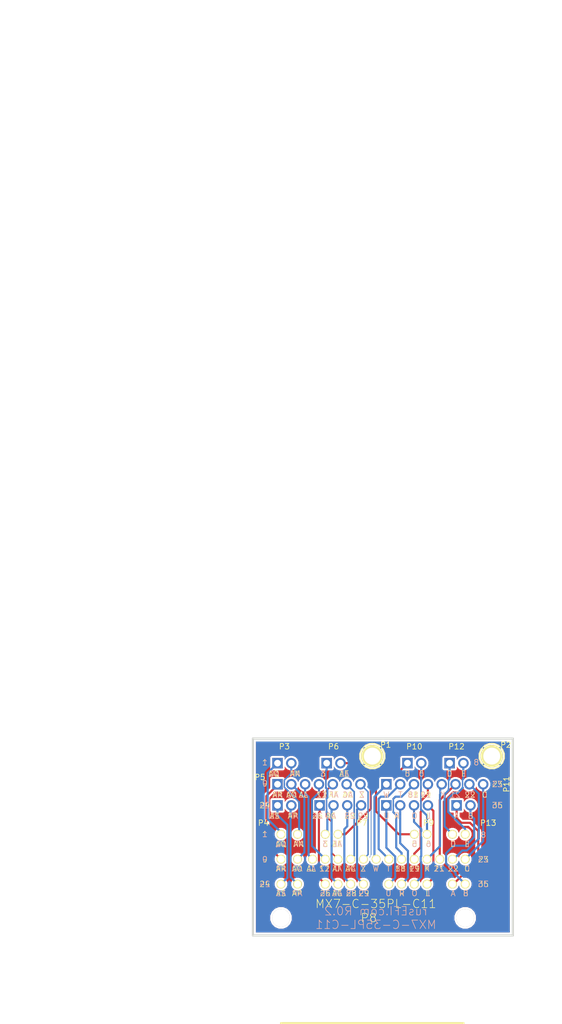
<source format=kicad_pcb>
(kicad_pcb (version 20221018) (generator pcbnew)
  (title_block (title "MX7-C-35PL-C11 Connector breakout") (date "2017-03-30") (rev "R0.2") (company "rusEFI"))
  (layers (0 "F.Cu" signal) (31 "B.Cu" signal) (34 "B.Paste" user) (35 "F.Paste" user) (36 "B.SilkS" user "B.Silkscreen") (37 "F.SilkS" user "F.Silkscreen") (38 "B.Mask" user) (39 "F.Mask" user) (44 "Edge.Cuts" user))
  (net 0 "")
  (net 1 "GND")
  (net 2 "/AQ")
  (net 3 "/AN")
  (net 4 "/AS")
  (net 5 "/AP")
  (net 6 "/AR")
  (net 7 "/AO")
  (net 8 "/AL")
  (net 9 "/12")
  (net 10 "/AF")
  (net 11 "/AC")
  (net 12 "/Z")
  (net 13 "/3")
  (net 14 "/AE")
  (net 15 "/26")
  (net 16 "/AG")
  (net 17 "/28")
  (net 18 "/29")
  (net 19 "/5")
  (net 20 "/6")
  (net 21 "/D")
  (net 22 "/F")
  (net 23 "/W")
  (net 24 "/T")
  (net 25 "/18")
  (net 26 "/19")
  (net 27 "/K")
  (net 28 "/21")
  (net 29 "/22")
  (net 30 "/C")
  (net 31 "/U")
  (net 32 "/R")
  (net 33 "/O")
  (net 34 "/L")
  (net 35 "/A")
  (net 36 "/B")
  (footprint "1pin" (layer "F.Cu") (at 148.59 167.005)
    (fp_text reference "P1" (at 2.413 -2.032) (layer "F.SilkS"))
    (fp_text value "CONN_1" hide)
    (fp_circle (center 0 0) (end 0 -2.286) (stroke (width 0.15)) (fill none) (layer "F.SilkS"))
    (pad "1" thru_hole circle (at 0 0) (size 4.064 4.064) (drill 3.048) (layers "*.Cu" "*.Mask" "F.SilkS") (net 1 "GND"))
  )
  (footprint "1pin" (layer "F.Cu") (at 170.18 167.005)
    (fp_text reference "P2" (at 2.54 -2.032) (layer "F.SilkS"))
    (fp_text value "CONN_1" hide)
    (fp_circle (center 0 0) (end 0 -2.286) (stroke (width 0.15)) (fill none) (layer "F.SilkS"))
    (pad "1" thru_hole circle (at 0 0) (size 4.064 4.064) (drill 3.048) (layers "*.Cu" "*.Mask" "F.SilkS") (net 1 "GND"))
  )
  (footprint "Molex_NanoFit_1x02x2.50mm_Straight" (layer "F.Cu") (at 131.445 168.275)
    (fp_text reference "P3" (at 1.25 -3) (layer "F.SilkS"))
    (fp_text value "CONN_01X02" hide)
    (pad "1" thru_hole rect (at 0 0) (size 1.9 1.9) (drill 1.2) (layers "*.Cu" "*.Mask") (net 2 "/AQ"))
    (pad "2" thru_hole circle (at 2.5 0) (size 1.9 1.9) (drill 1.2) (layers "*.Cu" "*.Mask") (net 3 "/AN"))
  )
  (footprint "Molex_NanoFit_1x02x2.50mm_Straight" (layer "F.Cu") (at 131.445 175.895)
    (fp_text reference "P4" (at -2.54 3.175) (layer "F.SilkS"))
    (fp_text value "CONN_01X02" hide)
    (pad "1" thru_hole rect (at 0 0) (size 1.9 1.9) (drill 1.2) (layers "*.Cu" "*.Mask") (net 4 "/AS"))
    (pad "2" thru_hole circle (at 2.5 0) (size 1.9 1.9) (drill 1.2) (layers "*.Cu" "*.Mask") (net 5 "/AP"))
  )
  (footprint "Molex_NanoFit_1x07x2.50mm_Straight" (layer "F.Cu") (at 131.445 172.085)
    (fp_text reference "P5" (at -3.175 -1.27) (layer "F.SilkS"))
    (fp_text value "CONN_01X07" hide)
    (pad "1" thru_hole rect (at 0 0) (size 1.9 1.9) (drill 1.2) (layers "*.Cu" "*.Mask") (net 6 "/AR"))
    (pad "2" thru_hole circle (at 2.5 0) (size 1.9 1.9) (drill 1.2) (layers "*.Cu" "*.Mask") (net 7 "/AO"))
    (pad "3" thru_hole circle (at 5 0) (size 1.9 1.9) (drill 1.2) (layers "*.Cu" "*.Mask") (net 8 "/AL"))
    (pad "4" thru_hole circle (at 7.5 0) (size 1.9 1.9) (drill 1.2) (layers "*.Cu" "*.Mask") (net 9 "/12"))
    (pad "5" thru_hole circle (at 10 0) (size 1.9 1.9) (drill 1.2) (layers "*.Cu" "*.Mask") (net 10 "/AF"))
    (pad "6" thru_hole circle (at 12.5 0) (size 1.9 1.9) (drill 1.2) (layers "*.Cu" "*.Mask") (net 11 "/AC"))
    (pad "7" thru_hole circle (at 15 0) (size 1.9 1.9) (drill 1.2) (layers "*.Cu" "*.Mask") (net 12 "/Z"))
  )
  (footprint "Molex_NanoFit_1x02x2.50mm_Straight" (layer "F.Cu") (at 140.335 168.275)
    (fp_text reference "P6" (at 1.25 -3) (layer "F.SilkS"))
    (fp_text value "CONN_01X02" hide)
    (pad "1" thru_hole rect (at 0 0) (size 1.9 1.9) (drill 1.2) (layers "*.Cu" "*.Mask") (net 13 "/3"))
    (pad "2" thru_hole circle (at 2.5 0) (size 1.9 1.9) (drill 1.2) (layers "*.Cu" "*.Mask") (net 14 "/AE"))
  )
  (footprint "Molex_NanoFit_1x04x2.50mm_Straight" (layer "F.Cu") (at 139.065 175.895)
    (fp_text reference "P7" (at 7.62 3.175) (layer "F.SilkS"))
    (fp_text value "CONN_01X04" hide)
    (pad "1" thru_hole rect (at 0 0) (size 1.9 1.9) (drill 1.2) (layers "*.Cu" "*.Mask") (net 15 "/26"))
    (pad "2" thru_hole circle (at 2.5 0) (size 1.9 1.9) (drill 1.2) (layers "*.Cu" "*.Mask") (net 16 "/AG"))
    (pad "3" thru_hole circle (at 5 0) (size 1.9 1.9) (drill 1.2) (layers "*.Cu" "*.Mask") (net 17 "/28"))
    (pad "4" thru_hole circle (at 7.5 0) (size 1.9 1.9) (drill 1.2) (layers "*.Cu" "*.Mask") (net 18 "/29"))
  )
  (footprint "MX7-C-35PL-C11" (layer "F.Cu") (at 132.08 196.215)
    (fp_text reference "P8" (at 15.875 0) (layer "F.SilkS") (effects (font (size 1.524 1.524) (thickness 0.127))))
    (fp_text value "MX7-C-35PL-C11" (at 17.145 -2.54) (layer "F.SilkS") (effects (font (size 1.524 1.524) (thickness 0.127))))
    (fp_line (start 0 19) (end 33 19) (stroke (width 0.381)) (layer "F.SilkS"))
    (pad "" thru_hole circle (at 0 0) (size 3.2 3.2) (drill 3.2) (layers "*.Cu" "*.Mask" "F.SilkS"))
    (pad "" thru_hole circle (at 33.3 0) (size 3.2 3.2) (drill 3.2) (layers "*.Cu" "*.Mask" "F.SilkS"))
    (pad "1" thru_hole circle (at 0 -15.1) (size 1.6 1.6) (drill 1.2) (layers "*.Cu" "*.Mask" "F.SilkS") (net 2 "/AQ"))
    (pad "2" thru_hole circle (at 3 -15.1) (size 1.6 1.6) (drill 1.2) (layers "*.Cu" "*.Mask" "F.SilkS") (net 3 "/AN"))
    (pad "3" thru_hole circle (at 8 -15.1) (size 1.6 1.6) (drill 1.2) (layers "*.Cu" "*.Mask" "F.SilkS") (net 13 "/3"))
    (pad "4" thru_hole circle (at 10.3 -15.1) (size 1.6 1.6) (drill 1.2) (layers "*.Cu" "*.Mask" "F.SilkS") (net 14 "/AE"))
    (pad "5" thru_hole circle (at 24.1 -15.1) (size 1.6 1.6) (drill 1.2) (layers "*.Cu" "*.Mask" "F.SilkS") (net 19 "/5"))
    (pad "6" thru_hole circle (at 26.4 -15.1) (size 1.6 1.6) (drill 1.2) (layers "*.Cu" "*.Mask" "F.SilkS") (net 20 "/6"))
    (pad "7" thru_hole circle (at 31 -15.1) (size 1.6 1.6) (drill 1.2) (layers "*.Cu" "*.Mask" "F.SilkS") (net 21 "/D"))
    (pad "8" thru_hole circle (at 33.3 -15.1) (size 1.6 1.6) (drill 1.2) (layers "*.Cu" "*.Mask" "F.SilkS") (net 22 "/F"))
    (pad "9" thru_hole circle (at 0 -10.6) (size 1.6 1.6) (drill 1.2) (layers "*.Cu" "*.Mask" "F.SilkS") (net 6 "/AR"))
    (pad "10" thru_hole circle (at 3 -10.6) (size 1.6 1.6) (drill 1.2) (layers "*.Cu" "*.Mask" "F.SilkS") (net 7 "/AO"))
    (pad "11" thru_hole circle (at 5.7 -10.6) (size 1.6 1.6) (drill 1.2) (layers "*.Cu" "*.Mask" "F.SilkS") (net 8 "/AL"))
    (pad "12" thru_hole circle (at 8 -10.6) (size 1.6 1.6) (drill 1.2) (layers "*.Cu" "*.Mask" "F.SilkS") (net 9 "/12"))
    (pad "13" thru_hole circle (at 10.3 -10.6) (size 1.6 1.6) (drill 1.2) (layers "*.Cu" "*.Mask" "F.SilkS") (net 10 "/AF"))
    (pad "14" thru_hole circle (at 12.6 -10.6) (size 1.6 1.6) (drill 1.2) (layers "*.Cu" "*.Mask" "F.SilkS") (net 11 "/AC"))
    (pad "15" thru_hole circle (at 14.9 -10.6) (size 1.6 1.6) (drill 1.2) (layers "*.Cu" "*.Mask" "F.SilkS") (net 12 "/Z"))
    (pad "16" thru_hole circle (at 17.2 -10.6) (size 1.6 1.6) (drill 1.2) (layers "*.Cu" "*.Mask" "F.SilkS") (net 23 "/W"))
    (pad "17" thru_hole circle (at 19.5 -10.6) (size 1.6 1.6) (drill 1.2) (layers "*.Cu" "*.Mask" "F.SilkS") (net 24 "/T"))
    (pad "18" thru_hole circle (at 21.8 -10.6) (size 1.6 1.6) (drill 1.2) (layers "*.Cu" "*.Mask" "F.SilkS") (net 25 "/18"))
    (pad "19" thru_hole circle (at 24.1 -10.6) (size 1.6 1.6) (drill 1.2) (layers "*.Cu" "*.Mask" "F.SilkS") (net 26 "/19"))
    (pad "20" thru_hole circle (at 26.4 -10.6) (size 1.6 1.6) (drill 1.2) (layers "*.Cu" "*.Mask" "F.SilkS") (net 27 "/K"))
    (pad "21" thru_hole circle (at 28.7 -10.6) (size 1.6 1.6) (drill 1.2) (layers "*.Cu" "*.Mask" "F.SilkS") (net 28 "/21"))
    (pad "22" thru_hole circle (at 31 -10.6) (size 1.6 1.6) (drill 1.2) (layers "*.Cu" "*.Mask" "F.SilkS") (net 29 "/22"))
    (pad "23" thru_hole circle (at 33.3 -10.6) (size 1.6 1.6) (drill 1.2) (layers "*.Cu" "*.Mask" "F.SilkS") (net 30 "/C"))
    (pad "24" thru_hole circle (at 0 -6.1) (size 1.6 1.6) (drill 1.2) (layers "*.Cu" "*.Mask" "F.SilkS") (net 4 "/AS"))
    (pad "25" thru_hole circle (at 3 -6.1) (size 1.6 1.6) (drill 1.2) (layers "*.Cu" "*.Mask" "F.SilkS") (net 5 "/AP"))
    (pad "26" thru_hole circle (at 8 -6.1) (size 1.6 1.6) (drill 1.2) (layers "*.Cu" "*.Mask" "F.SilkS") (net 15 "/26"))
    (pad "27" thru_hole circle (at 10.3 -6.1) (size 1.6 1.6) (drill 1.2) (layers "*.Cu" "*.Mask" "F.SilkS") (net 16 "/AG"))
    (pad "28" thru_hole circle (at 12.6 -6.1) (size 1.6 1.6) (drill 1.2) (layers "*.Cu" "*.Mask" "F.SilkS") (net 17 "/28"))
    (pad "29" thru_hole circle (at 14.9 -6.1) (size 1.6 1.6) (drill 1.2) (layers "*.Cu" "*.Mask" "F.SilkS") (net 18 "/29"))
    (pad "30" thru_hole circle (at 19.5 -6.1) (size 1.6 1.6) (drill 1.2) (layers "*.Cu" "*.Mask" "F.SilkS") (net 31 "/U"))
    (pad "31" thru_hole circle (at 21.8 -6.1) (size 1.6 1.6) (drill 1.2) (layers "*.Cu" "*.Mask" "F.SilkS") (net 32 "/R"))
    (pad "32" thru_hole circle (at 24.1 -6.1) (size 1.6 1.6) (drill 1.2) (layers "*.Cu" "*.Mask" "F.SilkS") (net 33 "/O"))
    (pad "33" thru_hole circle (at 26.4 -6.1) (size 1.6 1.6) (drill 1.2) (layers "*.Cu" "*.Mask" "F.SilkS") (net 34 "/L"))
    (pad "34" thru_hole circle (at 31 -6.1) (size 1.6 1.6) (drill 1.2) (layers "*.Cu" "*.Mask" "F.SilkS") (net 35 "/A"))
    (pad "35" thru_hole circle (at 33.3 -6.1) (size 1.6 1.6) (drill 1.2) (layers "*.Cu" "*.Mask" "F.SilkS") (net 36 "/B"))
  )
  (footprint "Molex_NanoFit_1x04x2.50mm_Straight" (layer "F.Cu") (at 151.13 175.895)
    (fp_text reference "P9" (at 7.62 3.175) (layer "F.SilkS"))
    (fp_text value "CONN_01X04" hide)
    (pad "1" thru_hole rect (at 0 0) (size 1.9 1.9) (drill 1.2) (layers "*.Cu" "*.Mask") (net 31 "/U"))
    (pad "2" thru_hole circle (at 2.5 0) (size 1.9 1.9) (drill 1.2) (layers "*.Cu" "*.Mask") (net 32 "/R"))
    (pad "3" thru_hole circle (at 5 0) (size 1.9 1.9) (drill 1.2) (layers "*.Cu" "*.Mask") (net 33 "/O"))
    (pad "4" thru_hole circle (at 7.5 0) (size 1.9 1.9) (drill 1.2) (layers "*.Cu" "*.Mask") (net 34 "/L"))
  )
  (footprint "Molex_NanoFit_1x02x2.50mm_Straight" (layer "F.Cu") (at 154.94 168.275)
    (fp_text reference "P10" (at 1.25 -3) (layer "F.SilkS"))
    (fp_text value "CONN_01X02" hide)
    (pad "1" thru_hole rect (at 0 0) (size 1.9 1.9) (drill 1.2) (layers "*.Cu" "*.Mask") (net 19 "/5"))
    (pad "2" thru_hole circle (at 2.5 0) (size 1.9 1.9) (drill 1.2) (layers "*.Cu" "*.Mask") (net 20 "/6"))
  )
  (footprint "Molex_NanoFit_1x08x2.50mm_Straight" (layer "F.Cu") (at 151.13 172.085)
    (fp_text reference "P11" (at 21.717 0 90) (layer "F.SilkS"))
    (fp_text value "CONN_01X08" hide)
    (pad "1" thru_hole rect (at 0 0) (size 1.9 1.9) (drill 1.2) (layers "*.Cu" "*.Mask") (net 23 "/W"))
    (pad "2" thru_hole circle (at 2.5 0) (size 1.9 1.9) (drill 1.2) (layers "*.Cu" "*.Mask") (net 24 "/T"))
    (pad "3" thru_hole circle (at 5 0) (size 1.9 1.9) (drill 1.2) (layers "*.Cu" "*.Mask") (net 25 "/18"))
    (pad "4" thru_hole circle (at 7.5 0) (size 1.9 1.9) (drill 1.2) (layers "*.Cu" "*.Mask") (net 26 "/19"))
    (pad "5" thru_hole circle (at 10 0) (size 1.9 1.9) (drill 1.2) (layers "*.Cu" "*.Mask") (net 27 "/K"))
    (pad "6" thru_hole circle (at 12.5 0) (size 1.9 1.9) (drill 1.2) (layers "*.Cu" "*.Mask") (net 28 "/21"))
    (pad "7" thru_hole circle (at 15 0) (size 1.9 1.9) (drill 1.2) (layers "*.Cu" "*.Mask") (net 29 "/22"))
    (pad "8" thru_hole circle (at 17.5 0) (size 1.9 1.9) (drill 1.2) (layers "*.Cu" "*.Mask") (net 30 "/C"))
  )
  (footprint "Molex_NanoFit_1x02x2.50mm_Straight" (layer "F.Cu") (at 162.56 168.275)
    (fp_text reference "P12" (at 1.25 -3) (layer "F.SilkS"))
    (fp_text value "CONN_01X02" hide)
    (pad "1" thru_hole rect (at 0 0) (size 1.9 1.9) (drill 1.2) (layers "*.Cu" "*.Mask") (net 21 "/D"))
    (pad "2" thru_hole circle (at 2.5 0) (size 1.9 1.9) (drill 1.2) (layers "*.Cu" "*.Mask") (net 22 "/F"))
  )
  (footprint "Molex_NanoFit_1x02x2.50mm_Straight" (layer "F.Cu") (at 163.83 175.895)
    (fp_text reference "P13" (at 5.715 3.175) (layer "F.SilkS"))
    (fp_text value "CONN_01X02" hide)
    (pad "1" thru_hole rect (at 0 0) (size 1.9 1.9) (drill 1.2) (layers "*.Cu" "*.Mask") (net 35 "/A"))
    (pad "2" thru_hole circle (at 2.5 0) (size 1.9 1.9) (drill 1.2) (layers "*.Cu" "*.Mask") (net 36 "/B"))
  )
  (gr_line (start 173.99 163.83) (end 127 163.83) (stroke (width 0.381)) (layer "Edge.Cuts"))
  (gr_line (start 127 163.83) (end 127 199.39) (stroke (width 0.381)) (layer "Edge.Cuts"))
  (gr_line (start 127 199.39) (end 173.99 199.39) (stroke (width 0.381)) (layer "Edge.Cuts"))
  (gr_line (start 173.99 199.39) (end 173.99 163.83) (stroke (width 0.381)) (layer "Edge.Cuts"))
  (gr_text "E" (at 165.1 170.18) (layer "B.SilkS") (effects (font (size 1.016 1.016) (thickness 0.127)) (justify mirror)))
  (gr_text "D" (at 162.56 170.18) (layer "B.SilkS") (effects (font (size 1.016 1.016) (thickness 0.127)) (justify mirror)))
  (gr_text "6" (at 157.48 170.18) (layer "B.SilkS") (effects (font (size 1.016 1.016) (thickness 0.127)) (justify mirror)))
  (gr_text "5" (at 154.94 170.18) (layer "B.SilkS") (effects (font (size 1.016 1.016) (thickness 0.127)) (justify mirror)))
  (gr_text "AE" (at 143.51 170.18) (layer "B.SilkS") (effects (font (size 1.016 1.016) (thickness 0.127)) (justify mirror)))
  (gr_text "C" (at 165.735 187.325) (layer "B.SilkS") (effects (font (size 1.016 1.016) (thickness 0.127)) (justify mirror)))
  (gr_text "22" (at 163.195 187.325) (layer "B.SilkS") (effects (font (size 1.016 1.016) (thickness 0.127)) (justify mirror)))
  (gr_text "21" (at 160.655 187.325) (layer "B.SilkS") (effects (font (size 1.016 1.016) (thickness 0.127)) (justify mirror)))
  (gr_text "K" (at 158.496 187.325) (layer "B.SilkS") (effects (font (size 1.016 1.016) (thickness 0.127)) (justify mirror)))
  (gr_text "19" (at 156.21 187.325) (layer "B.SilkS") (effects (font (size 1.016 1.016) (thickness 0.127)) (justify mirror)))
  (gr_text "T" (at 151.511 187.325) (layer "B.SilkS") (effects (font (size 1.016 1.016) (thickness 0.127)) (justify mirror)))
  (gr_text "B" (at 165.481 191.77) (layer "B.SilkS") (effects (font (size 1.016 1.016) (thickness 0.127)) (justify mirror)))
  (gr_text "A" (at 163.195 191.77) (layer "B.SilkS") (effects (font (size 1.016 1.016) (thickness 0.127)) (justify mirror)))
  (gr_text "L" (at 158.623 191.77) (layer "B.SilkS") (effects (font (size 1.016 1.016) (thickness 0.127)) (justify mirror)))
  (gr_text "O" (at 156.21 191.77) (layer "B.SilkS") (effects (font (size 1.016 1.016) (thickness 0.127)) (justify mirror)))
  (gr_text "R" (at 153.924 191.77) (layer "B.SilkS") (effects (font (size 1.016 1.016) (thickness 0.127)) (justify mirror)))
  (gr_text "W" (at 149.225 187.325) (layer "B.SilkS") (effects (font (size 1.016 1.016) (thickness 0.127)) (justify mirror)))
  (gr_text "Z" (at 146.939 187.325) (layer "B.SilkS") (effects (font (size 1.016 1.016) (thickness 0.127)) (justify mirror)))
  (gr_text "AC" (at 144.653 187.325) (layer "B.SilkS") (effects (font (size 1.016 1.016) (thickness 0.127)) (justify mirror)))
  (gr_text "AF" (at 142.24 187.325) (layer "B.SilkS") (effects (font (size 1.016 1.016) (thickness 0.127)) (justify mirror)))
  (gr_text "12" (at 139.954 187.325) (layer "B.SilkS") (effects (font (size 1.016 1.016) (thickness 0.127)) (justify mirror)))
  (gr_text "AL" (at 137.541 187.325) (layer "B.SilkS") (effects (font (size 1.016 1.016) (thickness 0.127)) (justify mirror)))
  (gr_text "3" (at 139.7 170.18) (layer "B.SilkS") (effects (font (size 1.016 1.016) (thickness 0.127)) (justify mirror)))
  (gr_text "AN" (at 134.62 170.18) (layer "B.SilkS") (effects (font (size 1.016 1.016) (thickness 0.127)) (justify mirror)))
  (gr_text "AQ" (at 130.81 170.18) (layer "B.SilkS") (effects (font (size 1.016 1.016) (thickness 0.127)) (justify mirror)))
  (gr_text "AO" (at 135.001 187.325) (layer "B.SilkS") (effects (font (size 1.016 1.016) (thickness 0.127)) (justify mirror)))
  (gr_text "AR" (at 132.08 187.325) (layer "B.SilkS") (effects (font (size 1.016 1.016) (thickness 0.127)) (justify mirror)))
  (gr_text "AQ" (at 132.08 182.88) (layer "B.SilkS") (effects (font (size 1.016 1.016) (thickness 0.127)) (justify mirror)))
  (gr_text "AN" (at 135.255 182.88) (layer "B.SilkS") (effects (font (size 1.016 1.016) (thickness 0.127)) (justify mirror)))
  (gr_text "3" (at 140.081 182.88) (layer "B.SilkS") (effects (font (size 1.016 1.016) (thickness 0.127)) (justify mirror)))
  (gr_text "AE" (at 142.24 182.88) (layer "B.SilkS") (effects (font (size 1.016 1.016) (thickness 0.127)) (justify mirror)))
  (gr_text "5" (at 156.21 182.88) (layer "B.SilkS") (effects (font (size 1.016 1.016) (thickness 0.127)) (justify mirror)))
  (gr_text "6" (at 158.75 182.88) (layer "B.SilkS") (effects (font (size 1.016 1.016) (thickness 0.127)) (justify mirror)))
  (gr_text "D" (at 163.195 182.88) (layer "B.SilkS") (effects (font (size 1.016 1.016) (thickness 0.127)) (justify mirror)))
  (gr_text "E" (at 165.735 182.88) (layer "B.SilkS") (effects (font (size 1.016 1.016) (thickness 0.127)) (justify mirror)))
  (gr_text "AR" (at 131.445 173.99) (layer "B.SilkS") (effects (font (size 1.016 1.016) (thickness 0.127)) (justify mirror)))
  (gr_text "AO" (at 133.985 173.99) (layer "B.SilkS") (effects (font (size 1.016 1.016) (thickness 0.127)) (justify mirror)))
  (gr_text "AL" (at 136.144 173.99) (layer "B.SilkS") (effects (font (size 1.016 1.016) (thickness 0.127)) (justify mirror)))
  (gr_text "12" (at 139.446 173.99) (layer "B.SilkS") (effects (font (size 1.016 1.016) (thickness 0.127)) (justify mirror)))
  (gr_text "AF" (at 141.605 173.99) (layer "B.SilkS") (effects (font (size 1.016 1.016) (thickness 0.127)) (justify mirror)))
  (gr_text "AC" (at 144.145 173.99) (layer "B.SilkS") (effects (font (size 1.016 1.016) (thickness 0.127)) (justify mirror)))
  (gr_text "Z" (at 146.685 173.99) (layer "B.SilkS") (effects (font (size 1.016 1.016) (thickness 0.127)) (justify mirror)))
  (gr_text "W" (at 151.13 173.99) (layer "B.SilkS") (effects (font (size 1.016 1.016) (thickness 0.127)) (justify mirror)))
  (gr_text "T" (at 153.67 173.99) (layer "B.SilkS") (effects (font (size 1.016 1.016) (thickness 0.127)) (justify mirror)))
  (gr_text "19" (at 158.242 173.99) (layer "B.SilkS") (effects (font (size 1.016 1.016) (thickness 0.127)) (justify mirror)))
  (gr_text "K" (at 161.29 173.99) (layer "B.SilkS") (effects (font (size 1.016 1.016) (thickness 0.127)) (justify mirror)))
  (gr_text "21" (at 163.576 173.99) (layer "B.SilkS") (effects (font (size 1.016 1.016) (thickness 0.127)) (justify mirror)))
  (gr_text "22" (at 166.243 173.99) (layer "B.SilkS") (effects (font (size 1.016 1.016) (thickness 0.127)) (justify mirror)))
  (gr_text "C" (at 168.91 173.99) (layer "B.SilkS") (effects (font (size 1.016 1.016) (thickness 0.127)) (justify mirror)))
  (gr_text "18" (at 155.956 173.99) (layer "B.SilkS") (effects (font (size 1.016 1.016) (thickness 0.127)) (justify mirror)))
  (gr_text "18" (at 153.67 187.325) (layer "B.SilkS") (effects (font (size 1.016 1.016) (thickness 0.127)) (justify mirror)))
  (gr_text "AS" (at 132.08 191.77) (layer "B.SilkS") (effects (font (size 1.016 1.016) (thickness 0.127)) (justify mirror)))
  (gr_text "AP" (at 135.001 191.77) (layer "B.SilkS") (effects (font (size 1.016 1.016) (thickness 0.127)) (justify mirror)))
  (gr_text "26" (at 140.081 191.77) (layer "B.SilkS") (effects (font (size 1.016 1.016) (thickness 0.127)) (justify mirror)))
  (gr_text "26" (at 138.684 177.8) (layer "B.SilkS") (effects (font (size 1.016 1.016) (thickness 0.127)) (justify mirror)))
  (gr_text "AP" (at 134.239 177.8) (layer "B.SilkS") (effects (font (size 1.016 1.016) (thickness 0.127)) (justify mirror)))
  (gr_text "AS" (at 130.937 177.8) (layer "B.SilkS") (effects (font (size 1.016 1.016) (thickness 0.127)) (justify mirror)))
  (gr_text "AG" (at 141.097 177.8) (layer "B.SilkS") (effects (font (size 1.016 1.016) (thickness 0.127)) (justify mirror)))
  (gr_text "R" (at 153.035 177.8) (layer "B.SilkS") (effects (font (size 1.016 1.016) (thickness 0.127)) (justify mirror)))
  (gr_text "O" (at 156.21 177.8) (layer "B.SilkS") (effects (font (size 1.016 1.016) (thickness 0.127)) (justify mirror)))
  (gr_text "L" (at 158.75 177.8) (layer "B.SilkS") (effects (font (size 1.016 1.016) (thickness 0.127)) (justify mirror)))
  (gr_text "A" (at 163.83 177.8) (layer "B.SilkS") (effects (font (size 1.016 1.016) (thickness 0.127)) (justify mirror)))
  (gr_text "B" (at 166.37 177.8) (layer "B.SilkS") (effects (font (size 1.016 1.016) (thickness 0.127)) (justify mirror)))
  (gr_text "28" (at 144.526 177.8) (layer "B.SilkS") (effects (font (size 1.016 1.016) (thickness 0.127)) (justify mirror)))
  (gr_text "29" (at 146.939 177.8) (layer "B.SilkS") (effects (font (size 1.016 1.016) (thickness 0.127)) (justify mirror)))
  (gr_text "U" (at 151.13 177.8) (layer "B.SilkS") (effects (font (size 1.016 1.016) (thickness 0.127)) (justify mirror)))
  (gr_text "24" (at 129.159 190.119) (layer "B.SilkS") (effects (font (size 1.016 1.016) (thickness 0.127)) (justify mirror)))
  (gr_text "28" (at 144.78 191.77) (layer "B.SilkS") (effects (font (size 1.016 1.016) (thickness 0.127)) (justify mirror)))
  (gr_text "rusEFI.com R0.2\nMX7-C-35PL-C11" (at 149.225 196.215) (layer "B.SilkS") (effects (font (size 1.524 1.524) (thickness 0.127)) (justify mirror)))
  (gr_text "1" (at 129.159 168.148) (layer "B.SilkS") (effects (font (size 1.016 1.016) (thickness 0.127)) (justify mirror)))
  (gr_text "AG" (at 142.24 191.77) (layer "B.SilkS") (effects (font (size 1.016 1.016) (thickness 0.127)) (justify mirror)))
  (gr_text "24" (at 129.159 175.895) (layer "B.SilkS") (effects (font (size 1.016 1.016) (thickness 0.127)) (justify mirror)))
  (gr_text "8" (at 167.386 168.148) (layer "B.SilkS") (effects (font (size 1.016 1.016) (thickness 0.127)) (justify mirror)))
  (gr_text "29" (at 147.066 191.77) (layer "B.SilkS") (effects (font (size 1.016 1.016) (thickness 0.127)) (justify mirror)))
  (gr_text "9" (at 129.159 185.674) (layer "B.SilkS") (effects (font (size 1.016 1.016) (thickness 0.127)) (justify mirror)))
  (gr_text "35" (at 171.196 175.895) (layer "B.SilkS") (effects (font (size 1.016 1.016) (thickness 0.127)) (justify mirror)))
  (gr_text "23" (at 171.196 172.085) (layer "B.SilkS") (effects (font (size 1.016 1.016) (thickness 0.127)) (justify mirror)))
  (gr_text "8" (at 168.656 181.229) (layer "B.SilkS") (effects (font (size 1.016 1.016) (thickness 0.127)) (justify mirror)))
  (gr_text "23" (at 168.656 185.674) (layer "B.SilkS") (effects (font (size 1.016 1.016) (thickness 0.127)) (justify mirror)))
  (gr_text "9" (at 129.159 171.958) (layer "B.SilkS") (effects (font (size 1.016 1.016) (thickness 0.127)) (justify mirror)))
  (gr_text "U" (at 151.511 191.77) (layer "B.SilkS") (effects (font (size 1.016 1.016) (thickness 0.127)) (justify mirror)))
  (gr_text "1" (at 129.159 181.102) (layer "B.SilkS") (effects (font (size 1.016 1.016) (thickness 0.127)) (justify mirror)))
  (gr_text "35" (at 168.656 190.119) (layer "B.SilkS") (effects (font (size 1.016 1.016) (thickness 0.127)) (justify mirror)))
  (gr_text "R" (at 153.035 177.8) (layer "F.SilkS") (effects (font (size 1.016 1.016) (thickness 0.127))))
  (gr_text "AF" (at 141.605 173.99) (layer "F.SilkS") (effects (font (size 1.016 1.016) (thickness 0.127))))
  (gr_text "E" (at 165.1 170.18) (layer "F.SilkS") (effects (font (size 1.016 1.016) (thickness 0.127))))
  (gr_text "3" (at 139.7 170.18) (layer "F.SilkS") (effects (font (size 1.016 1.016) (thickness 0.127))))
  (gr_text "D" (at 162.56 170.18) (layer "F.SilkS") (effects (font (size 1.016 1.016) (thickness 0.127))))
  (gr_text "AO" (at 135.001 187.325) (layer "F.SilkS") (effects (font (size 1.016 1.016) (thickness 0.127))))
  (gr_text "22" (at 166.243 173.99) (layer "F.SilkS") (effects (font (size 1.016 1.016) (thickness 0.127))))
  (gr_text "T" (at 151.511 187.325) (layer "F.SilkS") (effects (font (size 1.016 1.016) (thickness 0.127))))
  (gr_text "19" (at 156.21 187.325) (layer "F.SilkS") (effects (font (size 1.016 1.016) (thickness 0.127))))
  (gr_text "AP" (at 135.001 191.77) (layer "F.SilkS") (effects (font (size 1.016 1.016) (thickness 0.127))))
  (gr_text "9" (at 129.159 171.958) (layer "F.SilkS") (effects (font (size 1.016 1.016) (thickness 0.127))))
  (gr_text "AR" (at 131.445 173.99) (layer "F.SilkS") (effects (font (size 1.016 1.016) (thickness 0.127))))
  (gr_text "K" (at 158.496 187.325) (layer "F.SilkS") (effects (font (size 1.016 1.016) (thickness 0.127))))
  (gr_text "29" (at 146.939 177.8) (layer "F.SilkS") (effects (font (size 1.016 1.016) (thickness 0.127))))
  (gr_text "26" (at 138.684 177.8) (layer "F.SilkS") (effects (font (size 1.016 1.016) (thickness 0.127))))
  (gr_text "24" (at 129.159 175.895) (layer "F.SilkS") (effects (font (size 1.016 1.016) (thickness 0.127))))
  (gr_text "U" (at 151.13 177.8) (layer "F.SilkS") (effects (font (size 1.016 1.016) (thickness 0.127))))
  (gr_text "D" (at 163.195 182.88) (layer "F.SilkS") (effects (font (size 1.016 1.016) (thickness 0.127))))
  (gr_text "AR" (at 132.08 187.325) (layer "F.SilkS") (effects (font (size 1.016 1.016) (thickness 0.127))))
  (gr_text "AN" (at 134.62 170.18) (layer "F.SilkS") (effects (font (size 1.016 1.016) (thickness 0.127))))
  (gr_text "L" (at 158.75 177.8) (layer "F.SilkS") (effects (font (size 1.016 1.016) (thickness 0.127))))
  (gr_text "23" (at 171.196 172.085) (layer "F.SilkS") (effects (font (size 1.016 1.016) (thickness 0.127))))
  (gr_text "AL" (at 136.144 173.99) (layer "F.SilkS") (effects (font (size 1.016 1.016) (thickness 0.127))))
  (gr_text "6" (at 158.75 182.88) (layer "F.SilkS") (effects (font (size 1.016 1.016) (thickness 0.127))))
  (gr_text "O" (at 156.21 177.8) (layer "F.SilkS") (effects (font (size 1.016 1.016) (thickness 0.127))))
  (gr_text "W" (at 149.225 187.325) (layer "F.SilkS") (effects (font (size 1.016 1.016) (thickness 0.127))))
  (gr_text "28" (at 144.526 177.8) (layer "F.SilkS") (effects (font (size 1.016 1.016) (thickness 0.127))))
  (gr_text "35" (at 171.196 175.895) (layer "F.SilkS") (effects (font (size 1.016 1.016) (thickness 0.127))))
  (gr_text "3" (at 140.081 182.88) (layer "F.SilkS") (effects (font (size 1.016 1.016) (thickness 0.127))))
  (gr_text "9" (at 129.159 185.674) (layer "F.SilkS") (effects (font (size 1.016 1.016) (thickness 0.127))))
  (gr_text "AE" (at 142.24 182.88) (layer "F.SilkS") (effects (font (size 1.016 1.016) (thickness 0.127))))
  (gr_text "C" (at 168.91 173.99) (layer "F.SilkS") (effects (font (size 1.016 1.016) (thickness 0.127))))
  (gr_text "Z" (at 146.685 173.99) (layer "F.SilkS") (effects (font (size 1.016 1.016) (thickness 0.127))))
  (gr_text "A" (at 163.83 177.8) (layer "F.SilkS") (effects (font (size 1.016 1.016) (thickness 0.127))))
  (gr_text "AL" (at 137.541 187.325) (layer "F.SilkS") (effects (font (size 1.016 1.016) (thickness 0.127))))
  (gr_text "R" (at 153.924 191.77) (layer "F.SilkS") (effects (font (size 1.016 1.016) (thickness 0.127))))
  (gr_text "5" (at 154.94 170.18) (layer "F.SilkS") (effects (font (size 1.016 1.016) (thickness 0.127))))
  (gr_text "A" (at 163.195 191.77) (layer "F.SilkS") (effects (font (size 1.016 1.016) (thickness 0.127))))
  (gr_text "24" (at 129.159 190.119) (layer "F.SilkS") (effects (font (size 1.016 1.016) (thickness 0.127))))
  (gr_text "L" (at 158.623 191.77) (layer "F.SilkS") (effects (font (size 1.016 1.016) (thickness 0.127))))
  (gr_text "19" (at 158.242 173.99) (layer "F.SilkS") (effects (font (size 1.016 1.016) (thickness 0.127))))
  (gr_text "28" (at 144.78 191.77) (layer "F.SilkS") (effects (font (size 1.016 1.016) (thickness 0.127))))
  (gr_text "B" (at 166.37 177.8) (layer "F.SilkS") (effects (font (size 1.016 1.016) (thickness 0.127))))
  (gr_text "AC" (at 144.145 173.99) (layer "F.SilkS") (effects (font (size 1.016 1.016) (thickness 0.127))))
  (gr_text "1" (at 129.159 181.102) (layer "F.SilkS") (effects (font (size 1.016 1.016) (thickness 0.127))))
  (gr_text "18" (at 153.67 187.325) (layer "F.SilkS") (effects (font (size 1.016 1.016) (thickness 0.127))))
  (gr_text "AE" (at 143.51 170.18) (layer "F.SilkS") (effects (font (size 1.016 1.016) (thickness 0.127))))
  (gr_text "Z" (at 146.939 187.325) (layer "F.SilkS") (effects (font (size 1.016 1.016) (thickness 0.127))))
  (gr_text "1" (at 129.159 168.148) (layer "F.SilkS") (effects (font (size 1.016 1.016) (thickness 0.127))))
  (gr_text "AC" (at 144.653 187.325) (layer "F.SilkS") (effects (font (size 1.016 1.016) (thickness 0.127))))
  (gr_text "C" (at 165.735 187.325) (layer "F.SilkS") (effects (font (size 1.016 1.016) (thickness 0.127))))
  (gr_text "AG" (at 141.097 177.8) (layer "F.SilkS") (effects (font (size 1.016 1.016) (thickness 0.127))))
  (gr_text "35" (at 168.656 190.119) (layer "F.SilkS") (effects (font (size 1.016 1.016) (thickness 0.127))))
  (gr_text "AQ" (at 130.81 170.18) (layer "F.SilkS") (effects (font (size 1.016 1.016) (thickness 0.127))))
  (gr_text "12" (at 139.954 187.325) (layer "F.SilkS") (effects (font (size 1.016 1.016) (thickness 0.127))))
  (gr_text "8" (at 167.386 168.148) (layer "F.SilkS") (effects (font (size 1.016 1.016) (thickness 0.127))))
  (gr_text "29" (at 147.066 191.77) (layer "F.SilkS") (effects (font (size 1.016 1.016) (thickness 0.127))))
  (gr_text "AS" (at 130.937 177.8) (layer "F.SilkS") (effects (font (size 1.016 1.016) (thickness 0.127))))
  (gr_text "AG" (at 142.24 191.77) (layer "F.SilkS") (effects (font (size 1.016 1.016) (thickness 0.127))))
  (gr_text "AO" (at 133.985 173.99) (layer "F.SilkS") (effects (font (size 1.016 1.016) (thickness 0.127))))
  (gr_text "AQ" (at 132.08 182.88) (layer "F.SilkS") (effects (font (size 1.016 1.016) (thickness 0.127))))
  (gr_text "26" (at 140.081 191.77) (layer "F.SilkS") (effects (font (size 1.016 1.016) (thickness 0.127))))
  (gr_text "12" (at 139.446 173.99) (layer "F.SilkS") (effects (font (size 1.016 1.016) (thickness 0.127))))
  (gr_text "6" (at 157.48 170.18) (layer "F.SilkS") (effects (font (size 1.016 1.016) (thickness 0.127))))
  (gr_text "8" (at 168.656 181.229) (layer "F.SilkS") (effects (font (size 1.016 1.016) (thickness 0.127))))
  (gr_text "18" (at 155.956 173.99) (layer "F.SilkS") (effects (font (size 1.016 1.016) (thickness 0.127))))
  (gr_text "AP" (at 134.239 177.8) (layer "F.SilkS") (effects (font (size 1.016 1.016) (thickness 0.127))))
  (gr_text "22" (at 163.195 187.325) (layer "F.SilkS") (effects (font (size 1.016 1.016) (thickness 0.127))))
  (gr_text "5" (at 156.21 182.88) (layer "F.SilkS") (effects (font (size 1.016 1.016) (thickness 0.127))))
  (gr_text "W" (at 151.13 173.99) (layer "F.SilkS") (effects (font (size 1.016 1.016) (thickness 0.127))))
  (gr_text "23" (at 168.656 185.674) (layer "F.SilkS") (effects (font (size 1.016 1.016) (thickness 0.127))))
  (gr_text "E" (at 165.735 182.88) (layer "F.SilkS") (effects (font (size 1.016 1.016) (thickness 0.127))))
  (gr_text "AF" (at 142.24 187.325) (layer "F.SilkS") (effects (font (size 1.016 1.016) (thickness 0.127))))
  (gr_text "AS" (at 132.08 191.77) (layer "F.SilkS") (effects (font (size 1.016 1.016) (thickness 0.127))))
  (gr_text "T" (at 153.67 173.99) (layer "F.SilkS") (effects (font (size 1.016 1.016) (thickness 0.127))))
  (gr_text "B" (at 165.481 191.77) (layer "F.SilkS") (effects (font (size 1.016 1.016) (thickness 0.127))))
  (gr_text "AN" (at 135.255 182.88) (layer "F.SilkS") (effects (font (size 1.016 1.016) (thickness 0.127))))
  (gr_text "O" (at 156.21 191.77) (layer "F.SilkS") (effects (font (size 1.016 1.016) (thickness 0.127))))
  (gr_text "21" (at 160.655 187.325) (layer "F.SilkS") (effects (font (size 1.016 1.016) (thickness 0.127))))
  (gr_text "U" (at 151.511 191.77) (layer "F.SilkS") (effects (font (size 1.016 1.016) (thickness 0.127))))
  (segment (start 132.08 180.7718) (end 129.667 178.3588) (width 0.381) (layer "B.Cu") (net 2))
  (segment (start 129.667 178.3588) (end 129.667 170.053) (width 0.381) (layer "B.Cu") (net 2))
  (segment (start 129.667 170.053) (end 131.445 168.275) (width 0.381) (layer "B.Cu") (net 2))
  (segment (start 132.08 181.115) (end 132.08 180.7718) (width 0.381) (layer "B.Cu") (net 2))
  (segment (start 132.6874 172.6162) (end 132.6874 171.3271) (width 0.2794) (layer "B.Cu") (net 3))
  (segment (start 132.6874 171.3271) (end 133.945 170.0695) (width 0.2794) (layer "B.Cu") (net 3))
  (segment (start 133.945 170.0695) (end 133.945 168.275) (width 0.381) (layer "B.Cu") (net 3))
  (segment (start 135.3566 180.8384) (end 135.3566 175.2854) (width 0.381) (layer "B.Cu") (net 3))
  (segment (start 135.3566 175.2854) (end 132.6874 172.6162) (width 0.2794) (layer "B.Cu") (net 3))
  (segment (start 135.08 181.115) (end 135.3566 180.8384) (width 0.254) (layer "B.Cu") (net 3))
  (segment (start 131.445 177.6311) (end 133.2316 179.4177) (width 0.381) (layer "B.Cu") (net 4))
  (segment (start 133.2316 179.4177) (end 133.2316 188.9634) (width 0.381) (layer "B.Cu") (net 4))
  (segment (start 133.2316 188.9634) (end 132.08 190.115) (width 0.381) (layer "B.Cu") (net 4))
  (segment (start 131.445 175.895) (end 131.445 177.6311) (width 0.381) (layer "B.Cu") (net 4))
  (segment (start 133.8072 188.8422) (end 133.8072 175.895) (width 0.381) (layer "B.Cu") (net 5))
  (segment (start 135.08 190.115) (end 133.8072 188.8422) (width 0.381) (layer "B.Cu") (net 5))
  (segment (start 131.445 172.212) (end 129.4384 174.2186) (width 0.381) (layer "F.Cu") (net 6))
  (segment (start 129.4384 174.2186) (end 129.4384 182.9734) (width 0.381) (layer "F.Cu") (net 6))
  (segment (start 129.4384 182.9734) (end 132.08 185.615) (width 0.381) (layer "F.Cu") (net 6))
  (segment (start 131.445 172.085) (end 131.445 172.212) (width 0.381) (layer "F.Cu") (net 6))
  (segment (start 135.08 185.615) (end 136.2964 184.3986) (width 0.381) (layer "B.Cu") (net 7))
  (segment (start 136.2964 174.4364) (end 133.945 172.085) (width 0.381) (layer "B.Cu") (net 7))
  (segment (start 136.2964 184.3986) (end 136.2964 174.4364) (width 0.381) (layer "B.Cu") (net 7))
  (segment (start 137.0584 184.8934) (end 137.78 185.615) (width 0.381) (layer "B.Cu") (net 8))
  (segment (start 136.445 172.085) (end 136.445 173.7322) (width 0.381) (layer "B.Cu") (net 8))
  (segment (start 137.0584 174.3456) (end 137.0584 184.8934) (width 0.381) (layer "B.Cu") (net 8))
  (segment (start 136.445 173.7322) (end 137.0584 174.3456) (width 0.381) (layer "B.Cu") (net 8))
  (segment (start 138.945 172.085) (end 138.945 173.5803) (width 0.381) (layer "B.Cu") (net 9))
  (segment (start 137.6934 183.2284) (end 140.08 185.615) (width 0.381) (layer "B.Cu") (net 9))
  (segment (start 138.945 173.5803) (end 137.6934 174.8319) (width 0.381) (layer "B.Cu") (net 9))
  (segment (start 137.6934 174.8319) (end 137.6934 183.2284) (width 0.381) (layer "B.Cu") (net 9))
  (segment (start 141.23 184.465) (end 142.38 185.615) (width 0.2794) (layer "F.Cu") (net 10))
  (segment (start 141.445 172.085) (end 140.3074 173.2226) (width 0.2794) (layer "F.Cu") (net 10))
  (segment (start 140.3074 177.9516) (end 141.23 178.8742) (width 0.2794) (layer "F.Cu") (net 10))
  (segment (start 140.3074 173.2226) (end 140.3074 177.9516) (width 0.2794) (layer "F.Cu") (net 10))
  (segment (start 141.23 178.8742) (end 141.23 184.465) (width 0.2794) (layer "F.Cu") (net 10))
  (segment (start 145.315 184.98) (end 145.315 173.455) (width 0.2794) (layer "B.Cu") (net 11))
  (segment (start 145.315 173.455) (end 143.945 172.085) (width 0.3048) (layer "B.Cu") (net 11))
  (segment (start 144.68 185.615) (end 145.315 184.98) (width 0.3048) (layer "B.Cu") (net 11))
  (segment (start 147.8216 173.4616) (end 146.445 172.085) (width 0.254) (layer "B.Cu") (net 12))
  (segment (start 147.8216 184.7734) (end 147.8216 173.4616) (width 0.254) (layer "B.Cu") (net 12))
  (segment (start 146.98 185.615) (end 147.8216 184.7734) (width 0.254) (layer "B.Cu") (net 12))
  (segment (start 140.3074 172.8284) (end 140.195 172.716) (width 0.381) (layer "B.Cu") (net 13))
  (segment (start 140.458488 177.261798) (end 140.322899 177.126209) (width 0.381) (layer "B.Cu") (net 13))
  (segment (start 140.335 168.275) (end 140.335 169.5173) (width 0.381) (layer "B.Cu") (net 13))
  (segment (start 140.08 181.115) (end 140.3074 180.8876) (width 0.254) (layer "B.Cu") (net 13))
  (segment (start 140.458488 172.979488) (end 140.3074 172.8284) (width 0.381) (layer "B.Cu") (net 13))
  (segment (start 140.3074 180.8876) (end 140.458488 180.736512) (width 0.2794) (layer "B.Cu") (net 13))
  (segment (start 140.195 172.716) (end 140.195 169.6573) (width 0.2794) (layer "B.Cu") (net 13))
  (segment (start 140.322899 174.638391) (end 140.458488 174.502802) (width 0.381) (layer "B.Cu") (net 13))
  (segment (start 140.322899 177.126209) (end 140.322899 174.638391) (width 0.2794) (layer "B.Cu") (net 13))
  (segment (start 140.458488 180.736512) (end 140.458488 177.261798) (width 0.381) (layer "B.Cu") (net 13))
  (segment (start 140.458488 174.502802) (end 140.458488 172.979488) (width 0.381) (layer "B.Cu") (net 13))
  (segment (start 140.195 169.6573) (end 140.335 169.5173) (width 0.381) (layer "B.Cu") (net 13))
  (segment (start 145.034 168.275) (end 148.3106 171.5516) (width 0.381) (layer "F.Cu") (net 14))
  (segment (start 148.3106 171.5516) (end 148.3106 176.53) (width 0.381) (layer "F.Cu") (net 14))
  (segment (start 148.3106 176.53) (end 143.7256 181.115) (width 0.381) (layer "F.Cu") (net 14))
  (segment (start 143.7256 181.115) (end 142.38 181.115) (width 0.381) (layer "F.Cu") (net 14))
  (segment (start 142.835 168.275) (end 145.034 168.275) (width 0.381) (layer "F.Cu") (net 14))
  (segment (start 138.93 177.2723) (end 139.065 177.1373) (width 0.381) (layer "F.Cu") (net 15))
  (segment (start 140.08 190.115) (end 138.93 188.965) (width 0.381) (layer "F.Cu") (net 15))
  (segment (start 139.065 175.895) (end 139.065 177.1373) (width 0.381) (layer "F.Cu") (net 15))
  (segment (start 138.93 188.965) (end 138.93 177.2723) (width 0.381) (layer "F.Cu") (net 15))
  (segment (start 141.224 188.959) (end 142.38 190.115) (width 0.381) (layer "B.Cu") (net 16))
  (segment (start 141.224 176.236) (end 141.224 188.959) (width 0.381) (layer "B.Cu") (net 16))
  (segment (start 141.565 175.895) (end 141.224 176.236) (width 0.254) (layer "B.Cu") (net 16))
  (segment (start 144.065 179.6674) (end 144.065 175.895) (width 0.381) (layer "B.Cu") (net 17))
  (segment (start 143.5309 188.9659) (end 143.5309 180.2015) (width 0.381) (layer "B.Cu") (net 17))
  (segment (start 144.68 190.115) (end 143.5309 188.9659) (width 0.381) (layer "B.Cu") (net 17))
  (segment (start 143.5309 180.2015) (end 144.065 179.6674) (width 0.381) (layer "B.Cu") (net 17))
  (segment (start 145.83 176.63) (end 146.565 175.895) (width 0.381) (layer "B.Cu") (net 18))
  (segment (start 145.83 188.965) (end 145.83 176.63) (width 0.381) (layer "B.Cu") (net 18))
  (segment (start 146.98 190.115) (end 145.83 188.965) (width 0.381) (layer "B.Cu") (net 18))
  (segment (start 153.3782 181.115) (end 149.2504 176.9872) (width 0.381) (layer "F.Cu") (net 19))
  (segment (start 149.2504 176.9872) (end 149.2504 171.196) (width 0.381) (layer "F.Cu") (net 19))
  (segment (start 149.2504 171.196) (end 150.5458 169.9006) (width 0.381) (layer "F.Cu") (net 19))
  (segment (start 150.5458 169.9006) (end 153.3144 169.9006) (width 0.381) (layer "F.Cu") (net 19))
  (segment (start 153.3144 169.9006) (end 154.94 168.275) (width 0.381) (layer "F.Cu") (net 19))
  (segment (start 156.18 181.115) (end 153.3782 181.115) (width 0.381) (layer "F.Cu") (net 19))
  (segment (start 158.48 177.7459) (end 157.3784 176.6443) (width 0.381) (layer "B.Cu") (net 20))
  (segment (start 157.3784 176.6443) (end 157.3784 171.3357) (width 0.2794) (layer "B.Cu") (net 20))
  (segment (start 157.3784 171.3357) (end 157.44 171.2741) (width 0.381) (layer "B.Cu") (net 20))
  (segment (start 157.44 171.2741) (end 157.44 168.275) (width 0.381) (layer "B.Cu") (net 20))
  (segment (start 157.44 168.275) (end 157.38 168.335) (width 0.254) (layer "B.Cu") (net 20))
  (segment (start 158.48 181.115) (end 158.48 177.7459) (width 0.381) (layer "B.Cu") (net 20))
  (segment (start 162.3799 173.184134) (end 162.3799 172.9706) (width 0.381) (layer "B.Cu") (net 21))
  (segment (start 161.66084 179.69584) (end 161.66084 173.903194) (width 0.381) (layer "B.Cu") (net 21))
  (segment (start 162.3799 172.9706) (end 162.3799 171.3357) (width 0.254) (layer "B.Cu") (net 21))
  (segment (start 162.56 168.275) (end 162.56 171.1556) (width 0.381) (layer "B.Cu") (net 21))
  (segment (start 161.66084 173.903194) (end 162.3799 173.184134) (width 0.381) (layer "B.Cu") (net 21))
  (segment (start 162.3799 171.3357) (end 162.56 171.1556) (width 0.381) (layer "B.Cu") (net 21))
  (segment (start 163.08 181.115) (end 161.66084 179.69584) (width 0.381) (layer "B.Cu") (net 21))
  (segment (start 164.900261 171.22523) (end 165.03777 171.087721) (width 0.381) (layer "B.Cu") (net 22))
  (segment (start 165.38 180.173576) (end 162.30346 177.097036) (width 0.381) (layer "B.Cu") (net 22))
  (segment (start 164.88 172.8067) (end 164.956093 172.730607) (width 0.381) (layer "B.Cu") (net 22))
  (segment (start 164.0067 173.68) (end 164.88 172.8067) (width 0.381) (layer "B.Cu") (net 22))
  (segment (start 164.900261 172.674775) (end 164.900261 171.22523) (width 0.254) (layer "B.Cu") (net 22))
  (segment (start 165.03777 171.087721) (end 165.03777 168.29723) (width 0.381) (layer "B.Cu") (net 22))
  (segment (start 162.30346 177.097036) (end 162.30346 174.666554) (width 0.381) (layer "B.Cu") (net 22))
  (segment (start 165.03777 168.29723) (end 165.06 168.275) (width 0.254) (layer "B.Cu") (net 22))
  (segment (start 163.290014 173.68) (end 164.0067 173.68) (width 0.381) (layer "B.Cu") (net 22))
  (segment (start 164.956093 172.730607) (end 164.900261 172.674775) (width 0.381) (layer "B.Cu") (net 22))
  (segment (start 162.30346 174.666554) (end 163.290014 173.68) (width 0.381) (layer "B.Cu") (net 22))
  (segment (start 165.38 181.115) (end 165.38 180.173576) (width 0.381) (layer "B.Cu") (net 22))
  (segment (start 148.97608 174.35642) (end 148.97608 185.31108) (width 0.381) (layer "B.Cu") (net 23))
  (segment (start 151.13 172.085) (end 150.858524 172.356476) (width 0.381) (layer "B.Cu") (net 23))
  (segment (start 150.858524 172.473976) (end 148.97608 174.35642) (width 0.381) (layer "B.Cu") (net 23))
  (segment (start 150.858524 172.356476) (end 150.858524 172.473976) (width 0.381) (layer "B.Cu") (net 23))
  (segment (start 148.97608 185.31108) (end 149.28 185.615) (width 0.381) (layer "B.Cu") (net 23))
  (segment (start 153.63 172.085) (end 151.3855 174.3295) (width 0.381) (layer "B.Cu") (net 24))
  (segment (start 149.734024 174.722476) (end 149.734024 183.769024) (width 0.381) (layer "B.Cu") (net 24))
  (segment (start 150.127 174.3295) (end 149.734024 174.722476) (width 0.381) (layer "B.Cu") (net 24))
  (segment (start 149.734024 183.769024) (end 151.58 185.615) (width 0.381) (layer "B.Cu") (net 24))
  (segment (start 151.3855 174.3295) (end 150.127 174.3295) (width 0.381) (layer "B.Cu") (net 24))
  (segment (start 152.772091 174.330399) (end 153.884601 174.330399) (width 0.381) (layer "B.Cu") (net 25))
  (segment (start 152.91137 183.515) (end 152.91137 177.65097) (width 0.381) (layer "B.Cu") (net 25))
  (segment (start 153.884601 174.330399) (end 156.13 172.085) (width 0.381) (layer "B.Cu") (net 25))
  (segment (start 152.387899 177.127499) (end 152.387899 174.714591) (width 0.2794) (layer "B.Cu") (net 25))
  (segment (start 152.387899 174.714591) (end 152.772091 174.330399) (width 0.381) (layer "B.Cu") (net 25))
  (segment (start 152.91137 177.65097) (end 152.387899 177.127499) (width 0.381) (layer "B.Cu") (net 25))
  (segment (start 153.88 184.48363) (end 152.91137 183.515) (width 0.381) (layer "B.Cu") (net 25))
  (segment (start 153.88 185.615) (end 153.88 184.48363) (width 0.381) (layer "B.Cu") (net 25))
  (segment (start 156.13 172.085) (end 155.5181 172.085) (width 0.254) (layer "B.Cu") (net 25))
  (segment (start 156.18 184.6118) (end 157.3276 183.4642) (width 0.381) (layer "F.Cu") (net 26))
  (segment (start 157.3276 183.4642) (end 157.3276 177.1142) (width 0.381) (layer "F.Cu") (net 26))
  (segment (start 157.3276 177.1142) (end 157.3784 177.0634) (width 0.381) (layer "F.Cu") (net 26))
  (segment (start 157.3784 177.0634) (end 157.3784 175.0822) (width 0.2794) (layer "F.Cu") (net 26))
  (segment (start 157.3784 175.0822) (end 158.63 173.8306) (width 0.381) (layer "F.Cu") (net 26))
  (segment (start 158.63 173.8306) (end 158.63 172.085) (width 0.381) (layer "F.Cu") (net 26))
  (segment (start 156.18 185.615) (end 156.18 184.6118) (width 0.381) (layer "F.Cu") (net 26))
  (segment (start 160.82264 173.951854) (end 160.82264 183.27236) (width 0.381) (layer "B.Cu") (net 27))
  (segment (start 160.82264 183.27236) (end 158.48 185.615) (width 0.381) (layer "B.Cu") (net 27))
  (segment (start 161.13 172.085) (end 160.82264 172.39236) (width 0.381) (layer "B.Cu") (net 27))
  (segment (start 160.872901 172.948407) (end 160.872901 173.901593) (width 0.381) (layer "B.Cu") (net 27))
  (segment (start 160.82264 172.39236) (end 160.82264 172.898146) (width 0.381) (layer "B.Cu") (net 27))
  (segment (start 160.872901 173.901593) (end 160.82264 173.951854) (width 0.381) (layer "B.Cu") (net 27))
  (segment (start 160.82264 172.898146) (end 160.872901 172.948407) (width 0.381) (layer "B.Cu") (net 27))
  (segment (start 160.78 174.935) (end 163.63 172.085) (width 0.381) (layer "F.Cu") (net 28))
  (segment (start 160.78 185.615) (end 160.78 174.935) (width 0.381) (layer "F.Cu") (net 28))
  (segment (start 163.2921 185.615) (end 164.8587 184.0484) (width 0.381) (layer "B.Cu") (net 29))
  (segment (start 164.8587 184.0484) (end 165.6969 184.0484) (width 0.381) (layer "B.Cu") (net 29))
  (segment (start 165.6969 184.0484) (end 167.8432 181.9021) (width 0.381) (layer "B.Cu") (net 29))
  (segment (start 167.8432 181.9021) (end 167.8432 173.7982) (width 0.381) (layer "B.Cu") (net 29))
  (segment (start 167.8432 173.7982) (end 166.13 172.085) (width 0.381) (layer "B.Cu") (net 29))
  (segment (start 163.08 185.615) (end 163.2921 185.615) (width 0.381) (layer "B.Cu") (net 29))
  (segment (start 168.63 172.085) (end 168.63 182.365) (width 0.381) (layer "B.Cu") (net 30))
  (segment (start 168.63 182.365) (end 165.38 185.615) (width 0.381) (layer "B.Cu") (net 30))
  (segment (start 152.7247 188.9703) (end 152.7247 185.1339) (width 0.381) (layer "B.Cu") (net 31))
  (segment (start 151.58 190.115) (end 152.7247 188.9703) (width 0.381) (layer "B.Cu") (net 31))
  (segment (start 151.13 183.5392) (end 151.13 175.895) (width 0.381) (layer "B.Cu") (net 31))
  (segment (start 152.7247 185.1339) (end 151.13 183.5392) (width 0.381) (layer "B.Cu") (net 31))
  (segment (start 153.63 175.895) (end 153.63 182.7294) (width 0.381) (layer "B.Cu") (net 32))
  (segment (start 155.0284 184.1278) (end 155.0284 188.9666) (width 0.381) (layer "B.Cu") (net 32))
  (segment (start 153.63 182.7294) (end 155.0284 184.1278) (width 0.381) (layer "B.Cu") (net 32))
  (segment (start 155.0284 188.9666) (end 153.88 190.115) (width 0.381) (layer "B.Cu") (net 32))
  (segment (start 157.440056 188.854944) (end 157.440056 186.17257) (width 0.381) (layer "B.Cu") (net 33))
  (segment (start 157.3238 188.9712) (end 157.440056 188.854944) (width 0.381) (layer "B.Cu") (net 33))
  (segment (start 157.440056 185.05743) (end 157.440056 181.67257) (width 0.381) (layer "B.Cu") (net 33))
  (segment (start 157.337099 186.069613) (end 157.337099 185.160387) (width 0.381) (layer "B.Cu") (net 33))
  (segment (start 157.440056 186.17257) (end 157.337099 186.069613) (width 0.381) (layer "B.Cu") (net 33))
  (segment (start 156.18 190.115) (end 157.3238 188.9712) (width 0.381) (layer "B.Cu") (net 33))
  (segment (start 157.440056 181.67257) (end 157.400599 181.633113) (width 0.381) (layer "B.Cu") (net 33))
  (segment (start 157.440056 180.190356) (end 156.13 178.8803) (width 0.381) (layer "B.Cu") (net 33))
  (segment (start 157.400599 180.596887) (end 157.440056 180.55743) (width 0.381) (layer "B.Cu") (net 33))
  (segment (start 156.13 178.8803) (end 156.13 175.895) (width 0.381) (layer "B.Cu") (net 33))
  (segment (start 157.337099 185.160387) (end 157.440056 185.05743) (width 0.381) (layer "B.Cu") (net 33))
  (segment (start 157.400599 181.633113) (end 157.400599 180.596887) (width 0.254) (layer "B.Cu") (net 33))
  (segment (start 157.440056 180.55743) (end 157.440056 180.190356) (width 0.381) (layer "B.Cu") (net 33))
  (segment (start 159.63 188.965) (end 159.63 176.895) (width 0.381) (layer "F.Cu") (net 34))
  (segment (start 158.48 190.115) (end 159.63 188.965) (width 0.381) (layer "F.Cu") (net 34))
  (segment (start 159.63 176.895) (end 158.63 175.895) (width 0.381) (layer "F.Cu") (net 34))
  (segment (start 163.2498 190.115) (end 167.7416 185.6232) (width 0.381) (layer "F.Cu") (net 35))
  (segment (start 167.7416 185.6232) (end 167.7416 180.5432) (width 0.381) (layer "F.Cu") (net 35))
  (segment (start 167.7416 180.5432) (end 166.243 179.0446) (width 0.381) (layer "F.Cu") (net 35))
  (segment (start 166.243 179.0446) (end 164.6936 179.0446) (width 0.381) (layer "F.Cu") (net 35))
  (segment (start 164.6936 179.0446) (end 163.83 178.181) (width 0.381) (layer "F.Cu") (net 35))
  (segment (start 163.83 178.181) (end 163.83 175.895) (width 0.381) (layer "F.Cu") (net 35))
  (segment (start 163.08 190.115) (end 163.2498 190.115) (width 0.381) (layer "F.Cu") (net 35))
  (segment (start 166.33 177.633) (end 167.005 178.308) (width 0.381) (layer "B.Cu") (net 36))
  (segment (start 167.005 178.308) (end 167.005 181.6227) (width 0.381) (layer "B.Cu") (net 36))
  (segment (start 167.005 181.6227) (end 165.4429 183.1848) (width 0.381) (layer "B.Cu") (net 36))
  (segment (start 165.4429 183.1848) (end 163.2839 183.1848) (width 0.381) (layer "B.Cu") (net 36))
  (segment (start 163.2839 183.1848) (end 161.925 184.5437) (width 0.381) (layer "B.Cu") (net 36))
  (segment (start 161.925 184.5437) (end 161.925 186.3979) (width 0.381) (layer "B.Cu") (net 36))
  (segment (start 161.925 186.3979) (end 163.6522 188.1251) (width 0.381) (layer "B.Cu") (net 36))
  (segment (start 163.6522 188.1251) (end 163.6522 188.3872) (width 0.381) (layer "B.Cu") (net 36))
  (segment (start 163.6522 188.3872) (end 165.38 190.115) (width 0.381) (layer "B.Cu") (net 36))
  (segment (start 166.33 175.895) (end 166.33 177.633) (width 0.381) (layer "B.Cu") (net 36))
  (zone (net 1) (net_name "GND") (layer "F.Cu") (connect_pads (clearance 0.2286)) (min_thickness 0.254) (fill yes (thermal_gap 0.2286) (thermal_bridge_width 0.508))
    (polygon (pts (xy 124.46 162.56) (xy 175.26 162.56) (xy 175.26 200.66) (xy 124.46 200.66)))
  )
  (zone (net 1) (net_name "GND") (layer "B.Cu") (connect_pads (clearance 0.2286)) (min_thickness 0.254) (fill yes (thermal_gap 0.2286) (thermal_bridge_width 0.508))
    (polygon (pts (xy 121.92 160.02) (xy 177.8 160.02) (xy 177.8 203.2) (xy 121.92 203.2)))
  )
)
</source>
